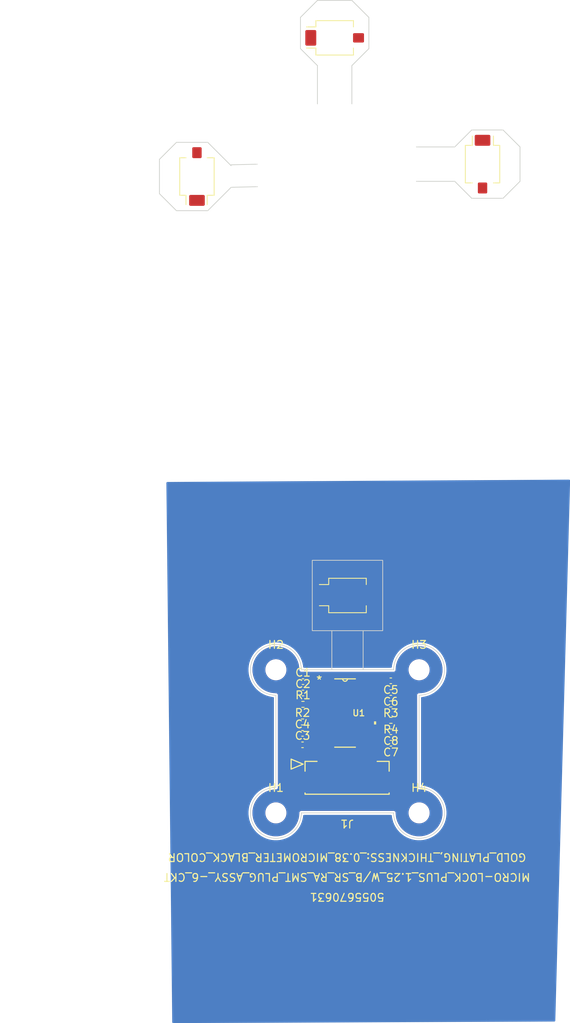
<source format=kicad_pcb>
(kicad_pcb (version 20240108) (generator "pcbnew") (generator_version "8.0")
  (layers (0 "F.Cu" signal) (31 "B.Cu" signal) (34 "B.Paste" user) (35 "F.Paste" user) (36 "B.SilkS" user "B.Silkscreen") (37 "F.SilkS" user "F.Silkscreen") (38 "B.Mask" user) (39 "F.Mask" user) (44 "Edge.Cuts" user))
  (net 0 "")
  (net 1 "GND")
  (net 2 "+3V3")
  (net 3 "/Photodiode 1/IN-")
  (net 4 "/OUT1")
  (net 5 "/Photodiode 2/IN-")
  (net 6 "/OUT2")
  (net 7 "/Photodiode 4/IN-")
  (net 8 "/OUT4")
  (net 9 "/Photodiode 3/IN-")
  (net 10 "/OUT3")
  (footprint "Resistor_SMD:R_0402_1005Metric" (layer "F.Cu") (at 136.24535 81.56 180)
    (property "Reference" "R3" (at 0 -1.17 180) (layer "F.SilkS"))
    (property "Value" "3.9k")
    (fp_line (start -0.153641 0.38) (end 0.153641 0.38) (stroke (width 0.12)) (layer "F.SilkS"))
    (fp_line (start -0.153641 -0.38) (end 0.153641 -0.38) (stroke (width 0.12)) (layer "F.SilkS"))
    (pad "1" smd roundrect (at -0.51 0 180) (size 0.54 0.64) (layers "F.Cu" "F.Paste" "F.Mask") (net 7 "/Photodiode 4/IN-"))
    (pad "2" smd roundrect (at 0.51 0 180) (size 0.54 0.64) (layers "F.Cu" "F.Paste" "F.Mask") (net 8 "/OUT4"))
  )
  (footprint "adcs:Osram_SFH2430" (layer "F.Cu") (at 111.470155 14.109879 90)
    (property "Reference" "D1" (hide yes))
    (property "Value" "SFH2430" (hide yes))
    (fp_line (start 2.4 -2.2) (end -2.4 -2.2) (stroke (width 0.12)) (layer "F.SilkS"))
    (fp_line (start -2.4 -2.2) (end -2.4 -1.4) (stroke (width 0.12)) (layer "F.SilkS"))
    (fp_line (start 2.4 -1.4) (end 2.4 -2.2) (stroke (width 0.12)) (layer "F.SilkS"))
    (fp_line (start -2.41 -1.4) (end -3.59 -1.4) (stroke (width 0.12)) (layer "F.SilkS"))
    (fp_line (start -2.4 1.31) (end -2.4 2.2) (stroke (width 0.12)) (layer "F.SilkS"))
    (fp_line (start -3.59 1.31) (end -2.4 1.31) (stroke (width 0.12)) (layer "F.SilkS"))
    (fp_line (start 2.4 2.2) (end 2.4 1.31) (stroke (width 0.12)) (layer "F.SilkS"))
    (fp_line (start -2.4 2.2) (end 2.4 2.2) (stroke (width 0.12)) (layer "F.SilkS"))
    (pad "1" smd roundrect (at -3.05 0 270) (size 1.4 2) (layers "F.Cu" "F.Mask") (roundrect_rratio 0.125) (net 3 "/Photodiode 1/IN-"))
    (pad "2" smd roundrect (at 3.05 0 270) (size 1.4 1.2) (layers "F.Cu" "F.Mask") (roundrect_rratio 0.125) (net 1 "GND"))
  )
  (footprint "MountingHole:MountingHole_2.2mm_M2" (layer "F.Cu") (at 121.56 95.49)
    (property "Reference" "H1" (at 0 -3.2 0) (layer "F.SilkS"))
    (property "Value" "MountingHole_Pad")
    (pad "" np_thru_hole circle (at 0 0) (size 2.2 2.2) (drill 2.2) (layers "*.Cu" "*.Mask"))
  )
  (footprint "adcs:SO-14_S" (layer "F.Cu") (at 130.39965 82.72)
    (property "Reference" "U1" (at 1.75 0 0) (layer "F.SilkS") (effects (font (size 0.787402 0.787402))))
    (property "Value" "LTC2052IS_PBF")
    (fp_line (start -1.3208 4.3688) (end 1.3208 4.3688) (stroke (width 0.1524)) (layer "F.SilkS"))
    (fp_line (start -0.3048 -4.3688) (end -1.3208 -4.3688) (stroke (width 0.1524)) (layer "F.SilkS"))
    (fp_line (start 0.3048 -4.3688) (end -0.3048 -4.3688) (stroke (width 0.1524)) (layer "F.SilkS"))
    (fp_line (start 1.3208 -4.3688) (end 0.3048 -4.3688) (stroke (width 0.1524)) (layer "F.SilkS"))
    (fp_arc (start 0.3048 -4.3688) (mid 0 -4.064) (end -0.3048 -4.3688) (stroke (width 0.1524)) (layer "F.SilkS"))
    (fp_poly (pts (xy 3.9624 1.0795) (xy 3.9624 1.4605) (xy 3.7084 1.4605) (xy 3.7084 1.0795)) (stroke (width 0.0254)) (fill solid) (layer "F.SilkS"))
    (fp_text user "*" (at -3.302 -4.2164 0) (layer "F.SilkS"))
    (pad "1" smd rect (at -2.4638 -3.81) (size 1.9812 0.5334) (layers "F.Cu" "F.Paste" "F.Mask") (net 4 "/OUT1"))
    (pad "2" smd rect (at -2.4638 -2.54) (size 1.9812 0.5334) (layers "F.Cu" "F.Paste" "F.Mask") (net 3 "/Photodiode 1/IN-"))
    (pad "3" smd rect (at -2.4638 -1.27) (size 1.9812 0.5334) (layers "F.Cu" "F.Paste" "F.Mask") (net 1 "GND"))
    (pad "4" smd rect (at -2.4638 0) (size 1.9812 0.5334) (layers "F.Cu" "F.Paste" "F.Mask") (net 2 "+3V3"))
    (pad "5" smd rect (at -2.4638 1.27) (size 1.9812 0.5334) (layers "F.Cu" "F.Paste" "F.Mask") (net 1 "GND"))
    (pad "6" smd rect (at -2.4638 2.54) (size 1.9812 0.5334) (layers "F.Cu" "F.Paste" "F.Mask") (net 5 "/Photodiode 2/IN-"))
    (pad "7" smd rect (at -2.4638 3.81) (size 1.9812 0.5334) (layers "F.Cu" "F.Paste" "F.Mask") (net 6 "/OUT2"))
    (pad "8" smd rect (at 2.4638 3.81) (size 1.9812 0.5334) (layers "F.Cu" "F.Paste" "F.Mask") (net 10 "/OUT3"))
    (pad "9" smd rect (at 2.4638 2.54) (size 1.9812 0.5334) (layers "F.Cu" "F.Paste" "F.Mask") (net 9 "/Photodiode 3/IN-"))
    (pad "10" smd rect (at 2.4638 1.27) (size 1.9812 0.5334) (layers "F.Cu" "F.Paste" "F.Mask") (net 1 "GND"))
    (pad "11" smd rect (at 2.4638 0) (size 1.9812 0.5334) (layers "F.Cu" "F.Paste" "F.Mask") (net 1 "GND"))
    (pad "12" smd rect (at 2.4638 -1.27) (size 1.9812 0.5334) (layers "F.Cu" "F.Paste" "F.Mask") (net 1 "GND"))
    (pad "13" smd rect (at 2.4638 -2.54) (size 1.9812 0.5334) (layers "F.Cu" "F.Paste" "F.Mask") (net 7 "/Photodiode 4/IN-"))
    (pad "14" smd rect (at 2.4638 -3.81) (size 1.9812 0.5334) (layers "F.Cu" "F.Paste" "F.Mask") (net 8 "/OUT4"))
  )
  (footprint "Capacitor_SMD:C_0402_1005Metric" (layer "F.Cu") (at 136.24535 78.6 180)
    (property "Reference" "C5" (at 0 -1.16 180) (layer "F.SilkS"))
    (property "Value" "1nF")
    (fp_line (start -0.107836 0.36) (end 0.107836 0.36) (stroke (width 0.12)) (layer "F.SilkS"))
    (fp_line (start -0.107836 -0.36) (end 0.107836 -0.36) (stroke (width 0.12)) (layer "F.SilkS"))
    (pad "1" smd roundrect (at -0.48 0 180) (size 0.56 0.62) (layers "F.Cu" "F.Paste" "F.Mask") (net 7 "/Photodiode 4/IN-"))
    (pad "2" smd roundrect (at 0.48 0 180) (size 0.56 0.62) (layers "F.Cu" "F.Paste" "F.Mask") (net 8 "/OUT4"))
  )
  (footprint "Capacitor_SMD:C_0402_1005Metric" (layer "F.Cu") (at 136.26 85.12 180)
    (property "Reference" "C8" (at 0 -1.16 180) (layer "F.SilkS"))
    (property "Value" "100nF")
    (fp_line (start -0.107836 0.36) (end 0.107836 0.36) (stroke (width 0.12)) (layer "F.SilkS"))
    (fp_line (start -0.107836 -0.36) (end 0.107836 -0.36) (stroke (width 0.12)) (layer "F.SilkS"))
    (pad "1" smd roundrect (at -0.48 0 180) (size 0.56 0.62) (layers "F.Cu" "F.Paste" "F.Mask") (net 9 "/Photodiode 3/IN-"))
    (pad "2" smd roundrect (at 0.48 0 180) (size 0.56 0.62) (layers "F.Cu" "F.Paste" "F.Mask") (net 10 "/OUT3"))
  )
  (footprint "Resistor_SMD:R_0402_1005Metric" (layer "F.Cu") (at 136.26 83.6562 180)
    (property "Reference" "R4" (at 0 -1.17 180) (layer "F.SilkS"))
    (property "Value" "3.9k")
    (fp_line (start -0.153641 0.38) (end 0.153641 0.38) (stroke (width 0.12)) (layer "F.SilkS"))
    (fp_line (start -0.153641 -0.38) (end 0.153641 -0.38) (stroke (width 0.12)) (layer "F.SilkS"))
    (pad "1" smd roundrect (at -0.51 0 180) (size 0.54 0.64) (layers "F.Cu" "F.Paste" "F.Mask") (net 9 "/Photodiode 3/IN-"))
    (pad "2" smd roundrect (at 0.51 0 180) (size 0.54 0.64) (layers "F.Cu" "F.Paste" "F.Mask") (net 10 "/OUT3"))
  )
  (footprint "adcs:Osram_SFH2430" (layer "F.Cu") (at 147.969262 12.525879 -90)
    (property "Reference" "D4" (hide yes))
    (property "Value" "SFH2430" (hide yes))
    (fp_line (start -2.4 2.2) (end 2.4 2.2) (stroke (width 0.12)) (layer "F.SilkS"))
    (fp_line (start 2.4 2.2) (end 2.4 1.31) (stroke (width 0.12)) (layer "F.SilkS"))
    (fp_line (start -3.59 1.31) (end -2.4 1.31) (stroke (width 0.12)) (layer "F.SilkS"))
    (fp_line (start -2.4 1.31) (end -2.4 2.2) (stroke (width 0.12)) (layer "F.SilkS"))
    (fp_line (start -2.41 -1.4) (end -3.59 -1.4) (stroke (width 0.12)) (layer "F.SilkS"))
    (fp_line (start 2.4 -1.4) (end 2.4 -2.2) (stroke (width 0.12)) (layer "F.SilkS"))
    (fp_line (start -2.4 -2.2) (end -2.4 -1.4) (stroke (width 0.12)) (layer "F.SilkS"))
    (fp_line (start 2.4 -2.2) (end -2.4 -2.2) (stroke (width 0.12)) (layer "F.SilkS"))
    (pad "1" smd roundrect (at -3.05 0 90) (size 1.4 2) (layers "F.Cu" "F.Mask") (roundrect_rratio 0.125) (net 9 "/Photodiode 3/IN-"))
    (pad "2" smd roundrect (at 3.05 0 90) (size 1.4 1.2) (layers "F.Cu" "F.Mask") (roundrect_rratio 0.125) (net 1 "GND"))
  )
  (footprint "MountingHole:MountingHole_2.2mm_M2" (layer "F.Cu") (at 139.86 95.49)
    (property "Reference" "H4" (at 0 -3.2 0) (layer "F.SilkS"))
    (property "Value" "MountingHole_Pad")
    (pad "" np_thru_hole circle (at 0 0) (size 2.2 2.2) (drill 2.2) (layers "*.Cu" "*.Mask"))
  )
  (footprint "Resistor_SMD:R_0402_1005Metric" (layer "F.Cu") (at 124.965 83.866202)
    (property "Reference" "R2" (at 0 -1.17 0) (layer "F.SilkS"))
    (property "Value" "3.9k")
    (fp_line (start -0.153641 -0.38) (end 0.153641 -0.38) (stroke (width 0.12)) (layer "F.SilkS"))
    (fp_line (start -0.153641 0.38) (end 0.153641 0.38) (stroke (width 0.12)) (layer "F.SilkS"))
    (pad "1" smd roundrect (at -0.51 0) (size 0.54 0.64) (layers "F.Cu" "F.Paste" "F.Mask") (net 5 "/Photodiode 2/IN-"))
    (pad "2" smd roundrect (at 0.51 0) (size 0.54 0.64) (layers "F.Cu" "F.Paste" "F.Mask") (net 6 "/OUT2"))
  )
  (footprint "Resistor_SMD:R_0402_1005Metric" (layer "F.Cu") (at 125.02 81.61)
    (property "Reference" "R1" (at 0 -1.17 0) (layer "F.SilkS"))
    (property "Value" "3.9k")
    (fp_line (start -0.153641 -0.38) (end 0.153641 -0.38) (stroke (width 0.12)) (layer "F.SilkS"))
    (fp_line (start -0.153641 0.38) (end 0.153641 0.38) (stroke (width 0.12)) (layer "F.SilkS"))
    (pad "1" smd roundrect (at -0.51 0) (size 0.54 0.64) (layers "F.Cu" "F.Paste" "F.Mask") (net 3 "/Photodiode 1/IN-"))
    (pad "2" smd roundrect (at 0.51 0) (size 0.54 0.64) (layers "F.Cu" "F.Paste" "F.Mask") (net 4 "/OUT1"))
  )
  (footprint "Capacitor_SMD:C_0402_1005Metric" (layer "F.Cu") (at 125.02 78.710001)
    (property "Reference" "C1" (at 0 -1.16 0) (layer "F.SilkS"))
    (property "Value" "1nF")
    (fp_line (start -0.107836 -0.36) (end 0.107836 -0.36) (stroke (width 0.12)) (layer "F.SilkS"))
    (fp_line (start -0.107836 0.36) (end 0.107836 0.36) (stroke (width 0.12)) (layer "F.SilkS"))
    (pad "1" smd roundrect (at -0.48 0) (size 0.56 0.62) (layers "F.Cu" "F.Paste" "F.Mask") (net 3 "/Photodiode 1/IN-"))
    (pad "2" smd roundrect (at 0.48 0) (size 0.56 0.62) (layers "F.Cu" "F.Paste" "F.Mask") (net 4 "/OUT1"))
  )
  (footprint "Capacitor_SMD:C_0402_1005Metric" (layer "F.Cu") (at 124.965 85.32)
    (property "Reference" "C4" (at 0 -1.16 0) (layer "F.SilkS"))
    (property "Value" "100nF")
    (fp_line (start -0.107836 -0.36) (end 0.107836 -0.36) (stroke (width 0.12)) (layer "F.SilkS"))
    (fp_line (start -0.107836 0.36) (end 0.107836 0.36) (stroke (width 0.12)) (layer "F.SilkS"))
    (pad "1" smd roundrect (at -0.48 0) (size 0.56 0.62) (layers "F.Cu" "F.Paste" "F.Mask") (net 5 "/Photodiode 2/IN-"))
    (pad "2" smd roundrect (at 0.48 0) (size 0.56 0.62) (layers "F.Cu" "F.Paste" "F.Mask") (net 6 "/OUT2"))
  )
  (footprint "Capacitor_SMD:C_0402_1005Metric" (layer "F.Cu") (at 136.26 86.583951 180)
    (property "Reference" "C7" (at 0 -1.16 180) (layer "F.SilkS"))
    (property "Value" "1nF")
    (fp_line (start -0.107836 0.36) (end 0.107836 0.36) (stroke (width 0.12)) (layer "F.SilkS"))
    (fp_line (start -0.107836 -0.36) (end 0.107836 -0.36) (stroke (width 0.12)) (layer "F.SilkS"))
    (pad "1" smd roundrect (at -0.48 0 180) (size 0.56 0.62) (layers "F.Cu" "F.Paste" "F.Mask") (net 9 "/Photodiode 3/IN-"))
    (pad "2" smd roundrect (at 0.48 0 180) (size 0.56 0.62) (layers "F.Cu" "F.Paste" "F.Mask") (net 10 "/OUT3"))
  )
  (footprint "MountingHole:MountingHole_2.2mm_M2" (layer "F.Cu") (at 139.86 77.19)
    (property "Reference" "H3" (at 0 -3.2 0) (layer "F.SilkS"))
    (property "Value" "MountingHole_Pad")
    (pad "" np_thru_hole circle (at 0 0) (size 2.2 2.2) (drill 2.2) (layers "*.Cu" "*.Mask"))
  )
  (footprint "Capacitor_SMD:C_0402_1005Metric" (layer "F.Cu") (at 125.02 80.16)
    (property "Reference" "C2" (at 0 -1.16 0) (layer "F.SilkS"))
    (property "Value" "100nF")
    (fp_line (start -0.107836 -0.36) (end 0.107836 -0.36) (stroke (width 0.12)) (layer "F.SilkS"))
    (fp_line (start -0.107836 0.36) (end 0.107836 0.36) (stroke (width 0.12)) (layer "F.SilkS"))
    (pad "1" smd roundrect (at -0.48 0) (size 0.56 0.62) (layers "F.Cu" "F.Paste" "F.Mask") (net 3 "/Photodiode 1/IN-"))
    (pad "2" smd roundrect (at 0.48 0) (size 0.56 0.62) (layers "F.Cu" "F.Paste" "F.Mask") (net 4 "/OUT1"))
  )
  (footprint "MountingHole:MountingHole_2.2mm_M2" (layer "F.Cu") (at 121.56 77.19)
    (property "Reference" "H2" (at 0 -3.2 0) (layer "F.SilkS"))
    (property "Value" "MountingHole_Pad")
    (pad "" np_thru_hole circle (at 0 0) (size 2.2 2.2) (drill 2.2) (layers "*.Cu" "*.Mask"))
  )
  (footprint "Capacitor_SMD:C_0402_1005Metric" (layer "F.Cu") (at 136.24535 80.1 180)
    (property "Reference" "C6" (at 0 -1.16 180) (layer "F.SilkS"))
    (property "Value" "100nF")
    (fp_line (start -0.107836 0.36) (end 0.107836 0.36) (stroke (width 0.12)) (layer "F.SilkS"))
    (fp_line (start -0.107836 -0.36) (end 0.107836 -0.36) (stroke (width 0.12)) (layer "F.SilkS"))
    (pad "1" smd roundrect (at -0.48 0 180) (size 0.56 0.62) (layers "F.Cu" "F.Paste" "F.Mask") (net 7 "/Photodiode 4/IN-"))
    (pad "2" smd roundrect (at 0.48 0 180) (size 0.56 0.62) (layers "F.Cu" "F.Paste" "F.Mask") (net 8 "/OUT4"))
  )
  (footprint "adcs:Osram_SFH2430" (layer "F.Cu") (at 130.710069 67.69)
    (property "Reference" "D2" (hide yes))
    (property "Value" "SFH2430" (hide yes))
    (fp_line (start -3.59 1.31) (end -2.4 1.31) (stroke (width 0.12)) (layer "F.SilkS"))
    (fp_line (start -2.41 -1.4) (end -3.59 -1.4) (stroke (width 0.12)) (layer "F.SilkS"))
    (fp_line (start -2.4 -2.2) (end -2.4 -1.4) (stroke (width 0.12)) (layer "F.SilkS"))
    (fp_line (start -2.4 1.31) (end -2.4 2.2) (stroke (width 0.12)) (layer "F.SilkS"))
    (fp_line (start -2.4 2.2) (end 2.4 2.2) (stroke (width 0.12)) (layer "F.SilkS"))
    (fp_line (start 2.4 -2.2) (end -2.4 -2.2) (stroke (width 0.12)) (layer "F.SilkS"))
    (fp_line (start 2.4 -1.4) (end 2.4 -2.2) (stroke (width 0.12)) (layer "F.SilkS"))
    (fp_line (start 2.4 2.2) (end 2.4 1.31) (stroke (width 0.12)) (layer "F.SilkS"))
    (pad "1" smd roundrect (at -3.05 0 180) (size 1.4 2) (layers "F.Cu" "F.Mask") (roundrect_rratio 0.125) (net 5 "/Photodiode 2/IN-"))
    (pad "2" smd roundrect (at 3.05 0 180) (size 1.4 1.2) (layers "F.Cu" "F.Mask") (roundrect_rratio 0.125) (net 1 "GND"))
  )
  (footprint "Capacitor_SMD:C_0402_1005Metric" (layer "F.Cu") (at 124.965 86.7862)
    (property "Reference" "C3" (at 0 -1.16 0) (layer "F.SilkS"))
    (property "Value" "1nF")
    (fp_line (start -0.107836 -0.36) (end 0.107836 -0.36) (stroke (width 0.12)) (layer "F.SilkS"))
    (fp_line (start -0.107836 0.36) (end 0.107836 0.36) (stroke (width 0.12)) (layer "F.SilkS"))
    (pad "1" smd roundrect (at -0.48 0) (size 0.56 0.62) (layers "F.Cu" "F.Paste" "F.Mask") (net 5 "/Photodiode 2/IN-"))
    (pad "2" smd roundrect (at 0.48 0) (size 0.56 0.62) (layers "F.Cu" "F.Paste" "F.Mask") (net 6 "/OUT2"))
  )
  (footprint "adcs:CON_5055670631" (layer "F.Cu") (at 127.535001 89.255001 180)
    (property "Reference" "J1" (at -3.125 -7.62 180) (layer "F.SilkS"))
    (property "Value" "5055670631")
    (fp_line (start 4.027989 0.635) (end 2.503989 0) (stroke (width 0.1524)) (layer "F.SilkS"))
    (fp_line (start 4.027989 -0.635) (end 4.027989 0.635) (stroke (width 0.1524)) (layer "F.SilkS"))
    (fp_line (start 2.503989 0) (end 4.027989 -0.635) (stroke (width 0.1524)) (layer "F.SilkS"))
    (fp_line (start 2.249989 0.35) (end 2.249989 -0.899959) (stroke (width 0.1524)) (layer "F.SilkS"))
    (fp_line (start 2.249989 -3.690039) (end 2.249989 -3.849999) (stroke (width 0.1524)) (layer "F.SilkS"))
    (fp_line (start 2.249989 -3.849999) (end -8.49999 -3.849999) (stroke (width 0.1524)) (layer "F.SilkS"))
    (fp_line (start 0.72004 0.35) (end 2.249989 0.35) (stroke (width 0.1524)) (layer "F.SilkS"))
    (fp_line (start -8.49999 0.35) (end -6.97004 0.35) (stroke (width 0.1524)) (layer "F.SilkS"))
    (fp_line (start -8.49999 -0.899959) (end -8.49999 0.35) (stroke (width 0.1524)) (layer "F.SilkS"))
    (fp_line (start -8.49999 -3.849999) (end -8.49999 -3.690039) (stroke (width 0.1524)) (layer "F.SilkS"))
    (fp_text user "5055670631" (at -3.125 -16.99 180) (layer "F.SilkS"))
    (fp_text user "GOLD_PLATING,_THICKNESS:_0.38_MICROMETER_BLACK_COLOR" (at -3.125 -11.909999 180) (layer "F.SilkS"))
    (fp_text user "MICRO-LOCK_PLUS_1.25_W/B_SR_RA_SMT_PLUG_ASSY_-6_CKT" (at -3.125 -14.45 180) (layer "F.SilkS"))
    (pad "1" smd rect (at 0 0 180) (size 0.8 1.2) (layers "F.Cu" "F.Paste" "F.Mask") (net 2 "+3V3"))
    (pad "2" smd rect (at -1.25 0 180) (size 0.8 1.2) (layers "F.Cu" "F.Paste" "F.Mask") (net 8 "/OUT4"))
    (pad "3" smd rect (at -2.5 0 180) (size 0.8 1.2) (layers "F.Cu" "F.Paste" "F.Mask") (net 10 "/OUT3"))
    (pad "4" smd rect (at -3.75 0 180) (size 0.8 1.2) (layers "F.Cu" "F.Paste" "F.Mask") (net 4 "/OUT1"))
    (pad "5" smd rect (at -5 0 180) (size 0.8 1.2) (layers "F.Cu" "F.Paste" "F.Mask") (net 6 "/OUT2"))
    (pad "6" smd rect (at -6.25 0 180) (size 0.8 1.2) (layers "F.Cu" "F.Paste" "F.Mask") (net 1 "GND"))
    (pad "7" smd rect (at 1.900001 -2.294999 180) (size 1.3 2.15) (layers "F.Cu" "F.Paste" "F.Mask") (net 1 "GND"))
    (pad "8" smd rect (at -8.150001 -2.294999 180) (size 1.3 2.15) (layers "F.Cu" "F.Paste" "F.Mask") (net 1 "GND"))
  )
  (footprint "adcs:Osram_SFH2430" (layer "F.Cu") (at 129.070286 -3.624514)
    (property "Reference" "D3" (hide yes))
    (property "Value" "SFH2430" (hide yes))
    (fp_line (start -3.59 1.31) (end -2.4 1.31) (stroke (width 0.12)) (layer "F.SilkS"))
    (fp_line (start -2.41 -1.4) (end -3.59 -1.4) (stroke (width 0.12)) (layer "F.SilkS"))
    (fp_line (start -2.4 -2.2) (end -2.4 -1.4) (stroke (width 0.12)) (layer "F.SilkS"))
    (fp_line (start -2.4 1.31) (end -2.4 2.2) (stroke (width 0.12)) (layer "F.SilkS"))
    (fp_line (start -2.4 2.2) (end 2.4 2.2) (stroke (width 0.12)) (layer "F.SilkS"))
    (fp_line (start 2.4 -2.2) (end -2.4 -2.2) (stroke (width 0.12)) (layer "F.SilkS"))
    (fp_line (start 2.4 -1.4) (end 2.4 -2.2) (stroke (width 0.12)) (layer "F.SilkS"))
    (fp_line (start 2.4 2.2) (end 2.4 1.31) (stroke (width 0.12)) (layer "F.SilkS"))
    (pad "1" smd roundrect (at -3.05 0 180) (size 1.4 2) (layers "F.Cu" "F.Mask") (roundrect_rratio 0.125) (net 7 "/Photodiode 4/IN-"))
    (pad "2" smd roundrect (at 3.05 0 180) (size 1.4 1.2) (layers "F.Cu" "F.Mask") (roundrect_rratio 0.125) (net 1 "GND"))
  )
  (gr_line (start 132.710069 72.19) (end 132.710069 77.19) (stroke (width 0.1)) (layer "Edge.Cuts"))
  (gr_line (start 112.850154 9.739878) (end 108.850154 9.739878) (stroke (width 0.1)) (layer "Edge.Cuts"))
  (gr_line (start 119.17876 12.53295) (end 115.818378 12.612517) (stroke (width 0.1)) (layer "Edge.Cuts"))
  (gr_line (start 150.589261 8.155879) (end 152.759261 10.325879) (stroke (width 0.1)) (layer "Edge.Cuts"))
  (gr_line (start 124.700286 -2.244515) (end 126.870286 -0.074514) (stroke (width 0.1)) (layer "Edge.Cuts"))
  (gr_line (start 106.680154 16.309879) (end 106.680154 11.909878) (stroke (width 0.1)) (layer "Edge.Cuts"))
  (gr_line (start 139.86 80.44) (end 139.86 92.24) (stroke (width 0.1)) (layer "Edge.Cuts"))
  (gr_line (start 144.419261 14.725878) (end 146.589261 16.895879) (stroke (width 0.1)) (layer "Edge.Cuts"))
  (gr_arc (start 136.61 77.19) (mid 142.158097 74.891903) (end 139.86 80.44) (stroke (width 0.1)) (layer "Edge.Cuts"))
  (gr_line (start 131.270286 -8.414514) (end 133.440286 -6.244514) (stroke (width 0.1)) (layer "Edge.Cuts"))
  (gr_line (start 124.700286 -2.244515) (end 124.700286 -6.244515) (stroke (width 0.1)) (layer "Edge.Cuts"))
  (gr_line (start 146.589261 16.895879) (end 150.589261 16.895879) (stroke (width 0.1)) (layer "Edge.Cuts"))
  (gr_line (start 146.589261 8.155879) (end 150.589261 8.155879) (stroke (width 0.1)) (layer "Edge.Cuts"))
  (gr_line (start 124.700286 -6.244515) (end 126.870286 -8.414514) (stroke (width 0.1)) (layer "Edge.Cuts"))
  (gr_line (start 136.61 95.49) (end 124.81 95.49) (stroke (width 0.1)) (layer "Edge.Cuts"))
  (gr_line (start 108.850154 18.479879) (end 106.680154 16.309879) (stroke (width 0.1)) (layer "Edge.Cuts"))
  (gr_line (start 131.270286 -0.074514) (end 131.270286 4.825486) (stroke (width 0.1)) (layer "Edge.Cuts"))
  (gr_line (start 152.759261 14.725879) (end 150.589261 16.895879) (stroke (width 0.1)) (layer "Edge.Cuts"))
  (gr_line (start 106.680154 11.909878) (end 108.850154 9.739878) (stroke (width 0.1)) (layer "Edge.Cuts"))
  (gr_arc (start 124.81 95.49) (mid 119.261903 97.788097) (end 121.56 92.24) (stroke (width 0.1)) (layer "Edge.Cuts"))
  (gr_line (start 126.870286 4.825486) (end 126.870286 -0.074514) (stroke (width 0.1)) (layer "Edge.Cuts"))
  (gr_line (start 126.870286 -8.414514) (end 131.270286 -8.414514) (stroke (width 0.1)) (layer "Edge.Cuts"))
  (gr_line (start 152.759261 10.325879) (end 152.759261 14.725879) (stroke (width 0.1)) (layer "Edge.Cuts"))
  (gr_arc (start 139.86 92.24) (mid 142.158097 97.788097) (end 136.61 95.49) (stroke (width 0.1)) (layer "Edge.Cuts"))
  (gr_line (start 115.841297 12.73102) (end 112.850154 9.739878) (stroke (width 0.1)) (layer "Edge.Cuts"))
  (gr_line (start 139.519261 10.325879) (end 144.419261 10.325879) (stroke (width 0.1)) (layer "Edge.Cuts"))
  (gr_line (start 121.56 92.24) (end 121.56 80.440138) (stroke (width 0.1)) (layer "Edge.Cuts"))
  (gr_line (start 112.850154 18.479879) (end 115.841297 15.488737) (stroke (width 0.1)) (layer "Edge.Cuts"))
  (gr_rect (start 126.210069 63.19) (end 135.210069 72.19) (stroke (width 0.1)) (fill none) (layer "Edge.Cuts"))
  (gr_line (start 119.201678 15.40917) (end 115.841297 15.488737) (stroke (width 0.1)) (layer "Edge.Cuts"))
  (gr_line (start 112.850154 18.479879) (end 108.850154 18.479879) (stroke (width 0.1)) (layer "Edge.Cuts"))
  (gr_line (start 124.810138 77.19) (end 136.61 77.19) (stroke (width 0.1)) (layer "Edge.Cuts"))
  (gr_line (start 131.270286 -0.074514) (end 133.440286 -2.244514) (stroke (width 0.1)) (layer "Edge.Cuts"))
  (gr_line (start 128.710069 77.19) (end 128.710069 72.19) (stroke (width 0.1)) (layer "Edge.Cuts"))
  (gr_line (start 133.440286 -2.244514) (end 133.440286 -6.244514) (stroke (width 0.1)) (layer "Edge.Cuts"))
  (gr_arc (start 121.56 80.440138) (mid 119.261805 74.891805) (end 124.810138 77.19) (stroke (width 0.1)) (layer "Edge.Cuts"))
  (gr_line (start 144.419261 14.725878) (end 139.519261 14.725879) (stroke (width 0.1)) (layer "Edge.Cuts"))
  (gr_line (start 146.589261 8.155879) (end 144.419261 10.325879) (stroke (width 0.1)) (layer "Edge.Cuts"))
  (zone (net 1) (net_name "GND") (layer "F.Cu") (connect_pads yes (clearance 0.5)) (min_thickness 0.25) (fill yes (thermal_gap 0.5) (thermal_bridge_width 0.5))
    (polygon (pts (xy 108.763974 54.473466) (xy 108.013974 122.373466) (xy 157.513974 122.223466) (xy 158.013974 53.973466)))
  )
  (zone (net 1) (net_name "GND") (layer "B.Cu") (priority 1) (connect_pads yes (clearance 0.5)) (min_thickness 0.25) (fill yes (thermal_gap 0.5) (thermal_bridge_width 0.5))
    (polygon (pts (xy 107.563974 53.173465) (xy 108.313974 122.373466) (xy 157.263974 122.173466) (xy 159.163974 52.873465)))
  )
)
</source>
